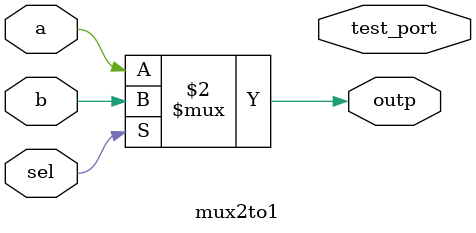
<source format=v>

module mux2to1(
        input wire a,
        input wire b,
        input wire sel,
        output wire outp,
        output wire test_port
    );

    
    assign outp = sel == 1'b0 ? a : b;

endmodule

</source>
